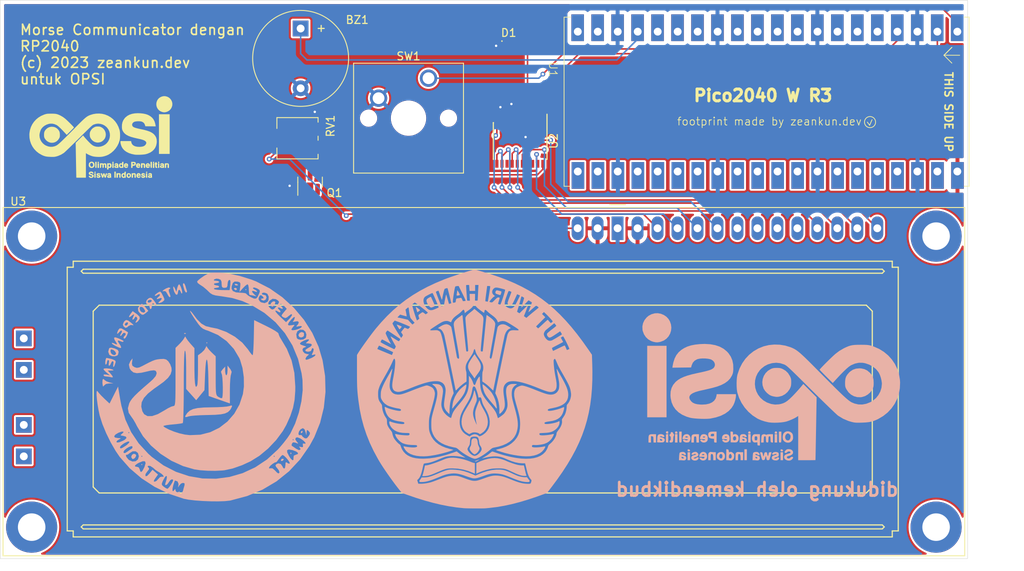
<source format=kicad_pcb>
(kicad_pcb (version 20221018) (generator pcbnew)
  (layers (0 "F.Cu" signal) (31 "B.Cu" signal) (34 "B.Paste" user) (35 "F.Paste" user) (36 "B.SilkS" user "B.Silkscreen") (37 "F.SilkS" user "F.Silkscreen") (38 "B.Mask" user) (39 "F.Mask" user) (44 "Edge.Cuts" user))
  (net 0 "")
  (net 1 "GND")
  (net 2 "VBUS")
  (net 3 "/K")
  (net 4 "/K_SW")
  (net 5 "Net-(U3-VO)")
  (net 6 "/MORSE_INPUT")
  (net 7 "/LCD_SDA")
  (net 8 "/LCD_SCL")
  (net 39 "/B4")
  (net 40 "/B5")
  (net 41 "/B6")
  (net 43 "/B7")
  (net 44 "/E")
  (net 45 "/RW")
  (net 47 "/RS")
  (net 56 "Net-(BZ1--)")
  (footprint "Potentiometer_SMD:Potentiometer_Vishay_TS53YJ_Vertical" (layer "F.Cu") (at 140.8 77.55)
    (fp_text reference "RV1" (at 4.2 -1.55 90) (layer "F.SilkS"))
    (fp_text value "R_Potentiometer")
    (pad "1" smd rect (at 2 -1.15) (size 2 1.3) (layers "F.Cu" "F.Paste" "F.Mask") (net 1 "GND"))
    (pad "2" smd rect (at -2 0) (size 2 2) (layers "F.Cu" "F.Paste" "F.Mask") (net 5 "Net-(U3-VO)"))
    (pad "3" smd rect (at 2 1.15) (size 2 1.3) (layers "F.Cu" "F.Paste" "F.Mask") (net 2 "VBUS"))
  )
  (footprint "Buzzer_Beeper:Buzzer_12x9.5RM7.6" (layer "F.Cu") (at 141.2 63.6 -90)
    (fp_text reference "BZ1" (at -1.1 -7.2 -180) (layer "F.SilkS"))
    (fp_text value "Buzzer")
    (fp_text user "+" (at -0.01 -2.54 90) (layer "F.SilkS"))
    (pad "1" thru_hole rect (at 0 0 270) (size 2 2) (drill 1) (layers "*.Cu" "*.Mask") (net 56 "Net-(BZ1--)"))
    (pad "2" thru_hole circle (at 7.6 0 270) (size 2 2) (drill 1) (layers "*.Cu" "*.Mask") (net 1 "GND"))
  )
  (footprint "Pico2040-W:Pico2040-W-R3" (layer "F.Cu") (at 200.48 72.86 -90)
    (fp_text reference "U1" (at -4.06 27.18 -90 unlocked) (layer "F.SilkS") (effects (font (thickness 0.1))))
    (fp_text value "Pico2040 W R3")
    (pad "1" thru_hole rect (at -8.86 -24.22 270) (size 3.4 1.6) (drill 1 (offset -0.5 0.0175)) (layers "*.Cu" "*.Paste" "*.Mask") (net 7 "/LCD_SDA"))
    (pad "2" thru_hole rect (at -8.86 -21.68 270) (size 3.4 1.6) (drill 1 (offset -0.5 0.0175)) (layers "*.Cu" "*.Paste" "*.Mask") (net 8 "/LCD_SCL"))
    (pad "3" thru_hole rect (at -8.86 -19.14 270) (size 3.4 1.6) (drill 1 (offset -0.5 0.0175)) (layers "*.Cu" "*.Paste" "*.Mask") (net 1 "GND"))
    (pad "4" thru_hole rect (at -8.86 -16.6 270) (size 3.4 1.6) (drill 1 (offset -0.5 0.0175)) (layers "*.Cu" "*.Paste" "*.Mask") (net 6 "/MORSE_INPUT"))
    (pad "5" thru_hole rect (at -8.86 -14.06 270) (size 3.4 1.6) (drill 1 (offset -0.5 0.0175)) (layers "*.Cu" "*.Paste" "*.Mask"))
    (pad "6" thru_hole rect (at -8.86 -11.52 270) (size 3.4 1.6) (drill 1 (offset -0.5 0.0175)) (layers "*.Cu" "*.Paste" "*.Mask"))
    (pad "7" thru_hole rect (at -8.86 -8.98 270) (size 3.4 1.6) (drill 1 (offset -0.5 0.0175)) (layers "*.Cu" "*.Paste" "*.Mask"))
    (pad "8" thru_hole rect (at -8.86 -6.44 270) (size 3.4 1.6) (drill 1 (offset -0.5 0.0175)) (layers "*.Cu" "*.Paste" "*.Mask") (net 1 "GND"))
    (pad "9" thru_hole rect (at -8.86 -3.9 270) (size 3.4 1.6) (drill 1 (offset -0.5 0.0175)) (layers "*.Cu" "*.Paste" "*.Mask"))
    (pad "10" thru_hole rect (at -8.86 -1.36 270) (size 3.4 1.6) (drill 1 (offset -0.5 0.0175)) (layers "*.Cu" "*.Paste" "*.Mask"))
    (pad "11" thru_hole rect (at -8.86 1.18 270) (size 3.4 1.6) (drill 1 (offset -0.5 0.0175)) (layers "*.Cu" "*.Paste" "*.Mask"))
    (pad "12" thru_hole rect (at -8.86 3.72 270) (size 3.4 1.6) (drill 1 (offset -0.5 0.0175)) (layers "*.Cu" "*.Paste" "*.Mask"))
    (pad "13" thru_hole rect (at -8.86 6.26 270) (size 3.4 1.6) (drill 1 (offset -0.5 0.0175)) (layers "*.Cu" "*.Paste" "*.Mask") (net 1 "GND"))
    (pad "14" thru_hole rect (at -8.86 8.8 270) (size 3.4 1.6) (drill 1 (offset -0.5 0.0175)) (layers "*.Cu" "*.Paste" "*.Mask"))
    (pad "15" thru_hole rect (at -8.86 11.34 270) (size 3.4 1.6) (drill 1 (offset -0.5 0.0175)) (layers "*.Cu" "*.Paste" "*.Mask"))
    (pad "16" thru_hole rect (at -8.86 13.88 270) (size 3.4 1.6) (drill 1 (offset -0.5 0.0175)) (layers "*.Cu" "*.Paste" "*.Mask"))
    (pad "17" thru_hole rect (at -8.86 16.42 270) (size 3.4 1.6) (drill 1 (offset -0.5 0.0175)) (layers "*.Cu" "*.Paste" "*.Mask") (net 56 "Net-(BZ1--)"))
    (pad "18" thru_hole rect (at -8.86 18.96 270) (size 3.4 1.6) (drill 1 (offset -0.5 0.0175)) (layers "*.Cu" "*.Paste" "*.Mask") (net 1 "GND"))
    (pad "19" thru_hole rect (at -8.86 21.5 270) (size 3.4 1.6) (drill 1 (offset -0.5 0.0175)) (layers "*.Cu" "*.Paste" "*.Mask"))
    (pad "20" thru_hole rect (at -8.86 24.04 270) (size 3.4 1.6) (drill 1 (offset -0.5 0.0175)) (layers "*.Cu" "*.Paste" "*.Mask"))
    (pad "21" thru_hole rect (at 8.92 24.04 90) (size 3.4 1.6) (drill 1 (offset -0.5 0.0175)) (layers "*.Cu" "*.Paste" "*.Mask"))
    (pad "22" thru_hole rect (at 8.92 21.5 90) (size 3.4 1.6) (drill 1 (offset -0.5 0.0175)) (layers "*.Cu" "*.Paste" "*.Mask"))
    (pad "23" thru_hole rect (at 8.92 18.96 90) (size 3.4 1.6) (drill 1 (offset -0.5 0.0175)) (layers "*.Cu" "*.Paste" "*.Mask") (net 1 "GND"))
    (pad "24" thru_hole rect (at 8.92 16.42 90) (size 3.4 1.6) (drill 1 (offset -0.5 0.0175)) (layers "*.Cu" "*.Paste" "*.Mask"))
    (pad "25" thru_hole rect (at 8.92 13.88 90) (size 3.4 1.6) (drill 1 (offset -0.5 0.0175)) (layers "*.Cu" "*.Paste" "*.Mask"))
    (pad "26" thru_hole rect (at 8.92 11.34 90) (size 3.4 1.6) (drill 1 (offset -0.5 0.0175)) (layers "*.Cu" "*.Paste" "*.Mask"))
    (pad "27" thru_hole rect (at 8.92 8.8 90) (size 3.4 1.6) (drill 1 (offset -0.5 0.0175)) (layers "*.Cu" "*.Paste" "*.Mask"))
    (pad "28" thru_hole rect (at 8.92 6.26 90) (size 3.4 1.6) (drill 1 (offset -0.5 0.0175)) (layers "*.Cu" "*.Paste" "*.Mask") (net 1 "GND"))
    (pad "29" thru_hole rect (at 8.92 3.72 90) (size 3.4 1.6) (drill 1 (offset -0.5 0.0175)) (layers "*.Cu" "*.Paste" "*.Mask"))
    (pad "30" thru_hole rect (at 8.92 1.18 90) (size 3.4 1.6) (drill 1 (offset -0.5 0.0175)) (layers "*.Cu" "*.Paste" "*.Mask"))
    (pad "31" thru_hole rect (at 8.92 -1.36 90) (size 3.4 1.6) (drill 1 (offset -0.5 0.0175)) (layers "*.Cu" "*.Paste" "*.Mask"))
    (pad "32" thru_hole rect (at 8.92 -3.9 90) (size 3.4 1.6) (drill 1 (offset -0.5 0.0175)) (layers "*.Cu" "*.Paste" "*.Mask"))
    (pad "33" thru_hole rect (at 8.92 -6.44 90) (size 3.4 1.6) (drill 1 (offset -0.5 0.0175)) (layers "*.Cu" "*.Paste" "*.Mask") (net 1 "GND"))
    (pad "34" thru_hole rect (at 8.92 -8.98 90) (size 3.4 1.6) (drill 1 (offset -0.5 0.0175)) (layers "*.Cu" "*.Paste" "*.Mask"))
    (pad "35" thru_hole rect (at 8.92 -11.52 90) (size 3.4 1.6) (drill 1 (offset -0.5 0.0175)) (layers "*.Cu" "*.Paste" "*.Mask"))
    (pad "36" thru_hole rect (at 8.92 -14.06 90) (size 3.4 1.6) (drill 1 (offset -0.5 0.0175)) (layers "*.Cu" "*.Paste" "*.Mask"))
    (pad "37" thru_hole rect (at 8.92 -16.6 90) (size 3.4 1.6) (drill 1 (offset -0.5 0.0175)) (layers "*.Cu" "*.Paste" "*.Mask"))
    (pad "38" thru_hole rect (at 8.92 -19.14 90) (size 3.4 1.6) (drill 1 (offset -0.5 0.0175)) (layers "*.Cu" "*.Paste" "*.Mask") (net 1 "GND"))
    (pad "39" thru_hole rect (at 8.92 -21.68 90) (size 3.4 1.6) (drill 1 (offset -0.5 0.0175)) (layers "*.Cu" "*.Paste" "*.Mask"))
    (pad "40" thru_hole rect (at 8.92 -24.22 90) (size 3.4 1.6) (drill 1 (offset -0.5 0.0175)) (layers "*.Cu" "*.Paste" "*.Mask") (net 2 "VBUS"))
  )
  (footprint "Package_TO_SOT_SMD:SOT-23" (layer "F.Cu") (at 142.4 83.1375 90)
    (fp_text reference "Q1" (at -1.3625 3.1 180) (layer "F.SilkS"))
    (fp_text value "BF545A")
    (pad "1" smd roundrect (at -0.9375 -0.95 90) (size 1.475 0.6) (layers "F.Cu" "F.Paste" "F.Mask") (net 1 "GND"))
    (pad "2" smd roundrect (at -0.9375 0.95 90) (size 1.475 0.6) (layers "F.Cu" "F.Paste" "F.Mask") (net 3 "/K"))
    (pad "3" smd roundrect (at 0.9375 0 90) (size 1.475 0.6) (layers "F.Cu" "F.Paste" "F.Mask") (net 4 "/K_SW"))
  )
  (footprint "Package_SO:SSOP-20_4.4x6.5mm_P0.65mm" (layer "F.Cu") (at 169.075 77.9 -90)
    (fp_text reference "U2" (at 0 -4.3 90) (layer "F.SilkS"))
    (fp_text value "PCF8574ATS")
    (pad "1" smd rect (at -2.9 -2.925 270) (size 1 0.4) (layers "F.Cu" "F.Paste" "F.Mask"))
    (pad "2" smd rect (at -2.9 -2.275 270) (size 1 0.4) (layers "F.Cu" "F.Paste" "F.Mask") (net 8 "/LCD_SCL"))
    (pad "3" smd rect (at -2.9 -1.625 270) (size 1 0.4) (layers "F.Cu" "F.Paste" "F.Mask"))
    (pad "4" smd rect (at -2.9 -0.975 270) (size 1 0.4) (layers "F.Cu" "F.Paste" "F.Mask") (net 7 "/LCD_SDA"))
    (pad "5" smd rect (at -2.9 -0.325 270) (size 1 0.4) (layers "F.Cu" "F.Paste" "F.Mask") (net 2 "VBUS"))
    (pad "6" smd rect (at -2.9 0.325 270) (size 1 0.4) (layers "F.Cu" "F.Paste" "F.Mask") (net 1 "GND"))
    (pad "7" smd rect (at -2.9 0.975 270) (size 1 0.4) (layers "F.Cu" "F.Paste" "F.Mask") (net 1 "GND"))
    (pad "8" smd rect (at -2.9 1.625 270) (size 1 0.4) (layers "F.Cu" "F.Paste" "F.Mask"))
    (pad "9" smd rect (at -2.9 2.275 270) (size 1 0.4) (layers "F.Cu" "F.Paste" "F.Mask") (net 1 "GND"))
    (pad "10" smd rect (at -2.9 2.925 270) (size 1 0.4) (layers "F.Cu" "F.Paste" "F.Mask") (net 39 "/B4"))
    (pad "11" smd rect (at 2.9 2.925 270) (size 1 0.4) (layers "F.Cu" "F.Paste" "F.Mask") (net 40 "/B5"))
    (pad "12" smd rect (at 2.9 2.275 270) (size 1 0.4) (layers "F.Cu" "F.Paste" "F.Mask") (net 41 "/B6"))
    (pad "13" smd rect (at 2.9 1.625 270) (size 1 0.4) (layers "F.Cu" "F.Paste" "F.Mask"))
    (pad "14" smd rect (at 2.9 0.975 270) (size 1 0.4) (layers "F.Cu" "F.Paste" "F.Mask") (net 43 "/B7"))
    (pad "15" smd rect (at 2.9 0.325 270) (size 1 0.4) (layers "F.Cu" "F.Paste" "F.Mask") (net 1 "GND"))
    (pad "16" smd rect (at 2.9 -0.325 270) (size 1 0.4) (layers "F.Cu" "F.Paste" "F.Mask") (net 44 "/E"))
    (pad "17" smd rect (at 2.9 -0.975 270) (size 1 0.4) (layers "F.Cu" "F.Paste" "F.Mask") (net 45 "/RW"))
    (pad "18" smd rect (at 2.9 -1.625 270) (size 1 0.4) (layers "F.Cu" "F.Paste" "F.Mask"))
    (pad "19" smd rect (at 2.9 -2.275 270) (size 1 0.4) (layers "F.Cu" "F.Paste" "F.Mask") (net 47 "/RS"))
    (pad "20" smd rect (at 2.9 -2.925 270) (size 1 0.4) (layers "F.Cu" "F.Paste" "F.Mask") (net 4 "/K_SW"))
  )
  (footprint "LED_SMD:LED_0201_0603Metric" (layer "F.Cu") (at 167.655 65.2)
    (fp_text reference "D1" (at 0 -1.05) (layer "F.SilkS"))
    (fp_text value "BLUE")
    (pad "1" smd roundrect (at -0.32 0) (size 0.46 0.4) (layers "F.Cu" "F.Mask") (net 1 "GND"))
    (pad "2" smd roundrect (at 0.32 0) (size 0.46 0.4) (layers "F.Cu" "F.Mask") (net 2 "VBUS"))
  )
  (footprint "Button_Switch_Keyboard:SW_Cherry_MX_1.00u_PCB" (layer "F.Cu") (at 157.46 69.92)
    (fp_text reference "SW1" (at -2.54 -2.794) (layer "F.SilkS"))
    (fp_text value "SW_Push")
    (pad "" np_thru_hole circle (at -7.62 5.08) (size 1.7 1.7) (drill 1.7) (layers "*.Cu" "*.Mask"))
    (pad "" np_thru_hole circle (at -2.54 5.08) (size 4 4) (drill 4) (layers "*.Cu" "*.Mask"))
    (pad "" np_thru_hole circle (at 2.54 5.08) (size 1.7 1.7) (drill 1.7) (layers "*.Cu" "*.Mask"))
    (pad "1" thru_hole circle (at 0 0) (size 2.2 2.2) (drill 1.5) (layers "*.Cu" "*.Mask") (net 6 "/MORSE_INPUT"))
    (pad "2" thru_hole circle (at -6.35 2.54) (size 2.2 2.2) (drill 1.5) (layers "*.Cu" "*.Mask") (net 1 "GND"))
  )
  (footprint "LOGO" (layer "F.Cu") (at 116.152594 77.971946)
    (fp_text reference "G***" hide)
    (fp_text value "LOGO" hide)
  )
  (footprint "Display:LCD-016N002L" (layer "F.Cu") (at 181.5 89)
    (fp_text reference "U3" (at -76.21 -3.41 180) (layer "F.SilkS"))
    (fp_text value "LCD-016N002L")
    (pad "" thru_hole circle (at -74.5 1 180) (size 6.5 6.5) (drill 3.5) (layers "*.Cu" "*.Mask"))
    (pad "" thru_hole circle (at -74.5 38 180) (size 6.5 6.5) (drill 3.5) (layers "*.Cu" "*.Mask"))
    (pad "" thru_hole circle (at 40.5 1 180) (size 6.5 6.5) (drill 3.5) (layers "*.Cu" "*.Mask"))
    (pad "" thru_hole circle (at 40.5 38 180) (size 6.5 6.5) (drill 3.5) (layers "*.Cu" "*.Mask"))
    (pad "1" thru_hole rect (at 0 0 180) (size 1.5 3) (drill 1) (layers "*.Cu" "*.Mask") (net 1 "GND"))
    (pad "2" thru_hole oval (at 2.54 0 180) (size 1.5 3) (drill 1) (layers "*.Cu" "*.Mask") (net 2 "VBUS"))
    (pad "3" thru_hole oval (at 5.08 0 180) (size 1.5 3) (drill 1) (layers "*.Cu" "*.Mask") (net 5 "Net-(U3-VO)"))
    (pad "4" thru_hole oval (at 7.62 0 180) (size 1.5 3) (drill 1) (layers "*.Cu" "*.Mask") (net 47 "/RS"))
    (pad "5" thru_hole oval (at 10.16 0 180) (size 1.5 3) (drill 1) (layers "*.Cu" "*.Mask") (net 45 "/RW"))
    (pad "6" thru_hole oval (at 12.7 0 180) (size 1.5 3) (drill 1) (layers "*.Cu" "*.Mask") (net 44 "/E"))
    (pad "7" thru_hole oval (at 15.24 0 180) (size 1.5 3) (drill 1) (layers "*.Cu" "*.Mask"))
    (pad "8" thru_hole oval (at 17.78 0 180) (size 1.5 3) (drill 1) (layers "*.Cu" "*.Mask"))
    (pad "9" thru_hole oval (at 20.32 0 180) (size 1.5 3) (drill 1) (layers "*.Cu" "*.Mask"))
    (pad "10" thru_hole oval (at 22.86 0 180) (size 1.5 3) (drill 1) (layers "*.Cu" "*.Mask"))
    (pad "11" thru_hole oval (at 25.4 0 180) (size 1.5 3) (drill 1) (layers "*.Cu" "*.Mask") (net 39 "/B4"))
    (pad "12" thru_hole oval (at 27.94 0 180) (size 1.5 3) (drill 1) (layers "*.Cu" "*.Mask") (net 40 "/B5"))
    (pad "13" thru_hole oval (at 30.48 0 180) (size 1.5 3) (drill 1) (layers "*.Cu" "*.Mask") (net 41 "/B6"))
    (pad "14" thru_hole oval (at 33.02 0 180) (size 1.5 3) (drill 1) (layers "*.Cu" "*.Mask") (net 43 "/B7"))
    (pad "15" thru_hole oval (at -2.54 0 180) (size 1.5 3) (drill 1) (layers "*.Cu" "*.Mask") (net 2 "VBUS"))
    (pad "16" thru_hole oval (at -5.08 0 180) (size 1.5 3) (drill 1) (layers "*.Cu" "*.Mask") (net 3 "/K"))
    (pad "A1" thru_hole rect (at -75.5 14 180) (size 2 2) (drill 1) (layers "*.Cu" "*.Mask"))
    (pad "A2" thru_hole rect (at -75.5 25 180) (size 2 2) (drill 1) (layers "*.Cu" "*.Mask"))
    (pad "K1" thru_hole rect (at -75.5 18 180) (size 2 2) (drill 1) (layers "*.Cu" "*.Mask"))
    (pad "K2" thru_hole rect (at -75.5 29 180) (size 2 2) (drill 1) (layers "*.Cu" "*.Mask"))
  )
  (footprint "LOGO" (layer "B.Cu") (at 129.8 109.2 180)
    (fp_text reference "G***" hide)
    (fp_text value "LOGO" hide)
  )
  (footprint "LOGO" (layer "B.Cu") (at 164.9 109.7 180)
    (fp_text reference "G***" hide)
    (fp_text value "LOGO" hide)
  )
  (footprint "LOGO" (layer "B.Cu") (at 200.4 110.2 180)
    (fp_text reference "G***" hide)
    (fp_text value "LOGO" hide)
  )
  (gr_line (start 224 66) (end 223 67) (stroke (width 0.1)) (layer "F.SilkS"))
  (gr_line (start 213.55 75.9) (end 213.85 75.2) (stroke (width 0.1)) (layer "F.SilkS"))
  (gr_line (start 223 67) (end 224 66) (stroke (width 0.1)) (layer "F.SilkS"))
  (gr_line (start 224 68) (end 223 67) (stroke (width 0.1)) (layer "F.SilkS"))
  (gr_circle (center 213.6 75.5) (end 214.1 76) (stroke (width 0.1)) (fill none) (layer "F.SilkS"))
  (gr_line (start 225 67) (end 223 67) (stroke (width 0.1)) (layer "F.SilkS"))
  (gr_line (start 213.25 75.5) (end 213.55 75.9) (stroke (width 0.1)) (layer "F.SilkS"))
  (gr_rect (start 103 60) (end 226 131) (stroke (width 0.05)) (fill none) (layer "Edge.Cuts"))
  (gr_text "didukung oleh kemendikbud" (at 217.4 123.2) (layer "B.SilkS") (effects (font (size 1.7 1.7) (thickness 0.35) bold) (justify left bottom mirror)))
  (gr_text "Morse Communicator dengan \nRP2040 \n(c) 2023 zeankun.dev \nuntuk OPSI" (at 105.4 70.8) (layer "F.SilkS") (effects (font (size 1.3 1.3) (thickness 0.2)) (justify left bottom)))
  (gr_text "Pico2040 W R3" (at 191 73) (layer "F.SilkS") (effects (font (size 1.5 1.5) (thickness 0.375) bold) (justify left bottom)))
  (gr_text "footprint made by zeankun.dev" (at 189 76) (layer "F.SilkS") (effects (font (size 1 1) (thickness 0.1)) (justify left bottom)))
  (gr_text "THIS SIDE UP" (at 223 69 270) (layer "F.SilkS") (effects (font (size 1 1) (thickness 0.2) bold) (justify left bottom)))
  (segment (start 141.45 84.075) (end 140.275 84.075) (width 0.2) (layer "F.Cu") (net 1))
  (segment (start 166.655 65.2) (end 166.055 65.8) (width 0.2) (layer "F.Cu") (net 1))
  (segment (start 166.8 73.8) (end 166.6 73.6) (width 0.2) (layer "F.Cu") (net 1))
  (segment (start 142.8 74.4) (end 143 74.2) (width 0.2) (layer "F.Cu") (net 1))
  (segment (start 168.1 75) (end 168.1 73.3) (width 0.2) (layer "F.Cu") (net 1))
  (segment (start 168.75 80.8) (end 168.75 79.698529) (width 0.2) (layer "F.Cu") (net 1))
  (segment (start 168.75 75) (end 168.1 75) (width 0.2) (layer "F.Cu") (net 1))
  (segment (start 168.75 79.698529) (end 169.8 78.648529) (width 0.2) (layer "F.Cu") (net 1))
  (segment (start 168.1 73.3) (end 168 73.2) (width 0.2) (layer "F.Cu") (net 1))
  (segment (start 142.8 76.4) (end 142.8 74.4) (width 0.2) (layer "F.Cu") (net 1))
  (segment (start 140.275 84.075) (end 139.8 83.6) (width 0.2) (layer "F.Cu") (net 1))
  (segment (start 167.335 65.2) (end 166.655 65.2) (width 0.2) (layer "F.Cu") (net 1))
  (segment (start 166.8 75) (end 166.8 73.8) (width 0.2) (layer "F.Cu") (net 1))
  (segment (start 169.8 78.648529) (end 169.8 77.4) (width 0.2) (layer "F.Cu") (net 1))
  (via (at 168 73.2) (size 0.6) (drill 0.3) (layers "F.Cu" "B.Cu") (net 1))
  (via (at 139.8 83.6) (size 0.6) (drill 0.3) (layers "F.Cu" "B.Cu") (net 1))
  (via (at 166.6 73.6) (size 0.6) (drill 0.3) (layers "F.Cu" "B.Cu") (net 1))
  (via (at 143 74.2) (size 0.6) (drill 0.3) (layers "F.Cu" "B.Cu") (net 1))
  (via (at 166.055 65.8) (size 0.6) (drill 0.3) (layers "F.Cu" "B.Cu") (net 1))
  (via (at 169.8 77.4) (size 0.6) (drill 0.3) (layers "F.Cu" "B.Cu") (net 1))
  (segment (start 176.42 89) (end 146.6 89) (width 0.2) (layer "F.Cu") (net 3))
  (segment (start 146.6 89) (end 143.35 85.75) (width 0.2) (layer "F.Cu") (net 3))
  (segment (start 143.35 85.75) (end 143.35 84.075) (width 0.2) (layer "F.Cu") (net 3))
  (segment (start 171.3 82.2) (end 172 81.5) (width 0.2) (layer "F.Cu") (net 4))
  (segment (start 172 81.5) (end 172 80.8) (width 0.2) (layer "F.Cu") (net 4))
  (segment (start 142.4 82.2) (end 171.3 82.2) (width 0.2) (layer "F.Cu") (net 4))
  (segment (start 186.58 89) (end 184.78 87.2) (width 0.2) (layer "F.Cu") (net 5))
  (segment (start 137.2 80.2) (end 138.8 78.6) (width 0.2) (layer "F.Cu") (net 5))
  (segment (start 147.2 87.2) (end 147 87.4) (width 0.2) (layer "F.Cu") (net 5))
  (segment (start 184.78 87.2) (end 147.2 87.2) (width 0.2) (layer "F.Cu") (net 5))
  (segment (start 138.8 78.6) (end 138.8 77.55) (width 0.2) (layer "F.Cu") (net 5))
  (via (at 147 87.4) (size 0.6) (drill 0.3) (layers "F.Cu" "B.Cu") (net 5))
  (via (at 137.2 80.2) (size 0.6) (drill 0.3) (layers "F.Cu" "B.Cu") (net 5))
  (segment (start 139.8 80.2) (end 137.2 80.2) (width 0.2) (layer "B.Cu") (net 5))
  (segment (start 147 87.4) (end 139.8 80.2) (width 0.2) (layer "B.Cu") (net 5))
  (segment (start 175.2 66.2) (end 172 69.4) (width 0.2) (layer "F.Cu") (net 6))
  (segment (start 216 66.2) (end 175.2 66.2) (width 0.2) (layer "F.Cu") (net 6))
  (segment (start 217.08 65.12) (end 216 66.2) (width 0.2) (layer "F.Cu") (net 6))
  (segment (start 217.08 64) (end 217.08 65.12) (width 0.2) (layer "F.Cu") (net 6))
  (via (at 172 69.4) (size 0.6) (drill 0.3) (layers "F.Cu" "B.Cu") (net 6))
  (segment (start 172 69.4) (end 171.48 69.92) (width 0.2) (layer "B.Cu") (net 6))
  (segment (start 171.48 69.92) (end 157.46 69.92) (width 0.2) (layer "B.Cu") (net 6))
  (segment (start 170.05 75) (end 170.05 66.55) (width 0.2) (layer "F.Cu") (net 7))
  (segment (start 175.6 61) (end 222.7425 61) (width 0.2) (layer "F.Cu") (net 7))
  (segment (start 170.05 66.55) (end 175.6 61) (width 0.2) (layer "F.Cu") (net 7))
  (segment (start 224.7 62.9575) (end 224.7 64) (width 0.2) (layer "F.Cu") (net 7))
  (segment (start 222.7425 61) (end 224.7 62.9575) (width 0.2) (layer "F.Cu") (net 7))
  (segment (start 222.16 66.04) (end 222.16 64) (width 0.2) (layer "F.Cu") (net 8))
  (segment (start 176.6 66.8) (end 221.4 66.8) (width 0.2) (layer "F.Cu") (net 8))
  (segment (start 221.4 66.8) (end 222.16 66.04) (width 0.2) (layer "F.Cu") (net 8))
  (segment (start 171.35 72.05) (end 176.6 66.8) (width 0.2) (layer "F.Cu") (net 8))
  (segment (start 171.35 75) (end 171.35 72.05) (width 0.2) (layer "F.Cu") (net 8))
  (segment (start 166 77.2) (end 166.15 77.05) (width 0.2) (layer "F.Cu") (net 39))
  (segment (start 205.2 86.8) (end 168.8 86.8) (width 0.2) (layer "F.Cu") (net 39))
  (segment (start 168.8 86.8) (end 165.8 83.8) (width 0.2) (layer "F.Cu") (net 39))
  (segment (start 206.9 89) (end 206.9 88.5) (width 0.2) (layer "F.Cu") (net 39))
  (segment (start 206.9 88.5) (end 205.2 86.8) (width 0.2) (layer "F.Cu") (net 39))
  (segment (start 166.15 77.05) (end 166.15 75) (width 0.2) (layer "F.Cu") (net 39))
  (via (at 166 77.2) (size 0.6) (drill 0.3) (layers "F.Cu" "B.Cu") (net 39))
  (via (at 165.8 83.8) (size 0.6) (drill 0.3) (layers "F.Cu" "B.Cu") (net 39))
  (segment (start 165.8 77.4) (end 166 77.2) (width 0.2) (layer "B.Cu") (net 39))
  (segment (start 165.8 83.8) (end 165.8 77.4) (width 0.2) (layer "B.Cu") (net 39))
  (segment (start 166.6 79.2) (end 166.15 79.65) (width 0.2) (layer "F.Cu") (net 40))
  (segment (start 209.44 89) (end 206.84 86.4) (width 0.2) (layer "F.Cu") (net 40))
  (segment (start 205.034314 86.4) (end 169.4 86.4) (width 0.2) (layer "F.Cu") (net 40))
  (segment (start 166.15 79.65) (end 166.15 80.8) (width 0.2) (layer "F.Cu") (net 40))
  (segment (start 206.84 86.4) (end 205.034314 86.4) (width 0.2) (layer "F.Cu") (net 40))
  (segment (start 169.4 86.4) (end 166.8 83.8) (width 0.2) (layer "F.Cu") (net 40))
  (via (at 166.6 79.2) (size 0.6) (drill 0.3) (layers "F.Cu" "B.Cu") (net 40))
  (via (at 166.8 83.8) (size 0.6) (drill 0.3) (layers "F.Cu" "B.Cu") (net 40))
  (segment (start 166.8 79.4) (end 166.6 79.2) (width 0.2) (layer "B.Cu") (net 40))
  (segment (start 166.8 83.8) (end 166.8 79.4) (width 0.2) (layer "B.Cu") (net 40))
  (segment (start 167.6 79) (end 167.6 79.048529) (width 0.2) (layer "F.Cu") (net 41))
  (segment (start 208.78 85.8) (end 169.6 85.8) (width 0.2) (layer "F.Cu") (net 41))
  (segment (start 166.8 79.848529) (end 166.8 80.8) (width 0.2) (layer "F.Cu") (net 41))
  (segment (start 167.8 84) (end 167.8 83.8) (width 0.2) (layer "F.Cu") (net 41))
  (segment (start 211.98 89) (end 208.78 85.8) (width 0.2) (layer "F.Cu") (net 41))
  (segment (start 169.6 85.8) (end 167.8 84) (width 0.2) (layer "F.Cu") (net 41))
  (segment (start 167.6 79.048529) (end 166.8 79.848529) (width 0.2) (layer "F.Cu") (net 41))
  (via (at 167.8 83.8) (size 0.6) (drill 0.3) (layers "F.Cu" "B.Cu") (net 41))
  (via (at 167.6 79) (size 0.6) (drill 0.3) (layers "F.Cu" "B.Cu") (net 41))
  (segment (start 167.8 83.8) (end 167.8 79.2) (width 0.2) (layer "B.Cu") (net 41))
  (segment (start 167.8 79.2) (end 167.6 79) (width 0.2) (layer "B.Cu") (net 41))
  (segment (start 210.92 85.4) (end 207 85.4) (width 0.2) (layer "F.Cu") (net 43))
  (segment (start 170.4 85.4) (end 168.8 83.8) (width 0.2) (layer "F.Cu") (net 43))
  (segment (start 168.1 79.5) (end 168.1 80.8) (width 0.2) (layer "F.Cu") (net 43))
  (segment (start 207 85.4) (end 170.4 85.4) (width 0.2) (layer "F.Cu") (net 43))
  (segment (start 168.6 79) (end 168.1 79.5) (width 0.2) (layer "F.Cu") (net 43))
  (segment (start 214.52 89) (end 210.92 85.4) (width 0.2) (layer "F.Cu") (net 43))
  (via (at 168.8 83.8) (size 0.6) (drill 0.3) (layers "F.Cu" "B.Cu") (net 43))
  (via (at 168.6 79) (size 0.6) (drill 0.3) (layers "F.Cu" "B.Cu") (net 43))
  (segment (start 168.8 79.2) (end 168.6 79) (width 0.2) (layer "B.Cu") (net 43))
  (segment (start 168.8 83.8) (end 168.8 79.2) (width 0.2) (layer "B.Cu") (net 43))
  (segment (start 171.234314 77.8) (end 169.4 79.634314) (width 0.2) (layer "F.Cu") (net 44))
  (segment (start 169.4 79.634314) (end 169.4 80.8) (width 0.2) (layer "F.Cu") (net 44))
  (segment (start 173 77.8) (end 171.234314 77.8) (width 0.2) (layer "F.Cu") (net 44))
  (via (at 173 77.8) (size 0.6) (drill 0.3) (layers "F.Cu" "B.Cu") (net 44))
  (segment (start 194.2 89) (end 190.8 85.6) (width 0.2) (layer "B.Cu") (net 44))
  (segment (start 190.8 85.6) (end 175.2 85.6) (width 0.2) (layer "B.Cu") (net 44))
  (segment (start 173 83.4) (end 173 77.8) (width 0.2) (layer "B.Cu") (net 44))
  (segment (start 175.2 85.6) (end 173 83.4) (width 0.2) (layer "B.Cu") (net 44))
  (segment (start 170.05 79.55) (end 170.05 80.8) (width 0.2) (layer "F.Cu") (net 45))
  (segment (start 170.6 79) (end 170.05 79.55) (width 0.2) (layer "F.Cu") (net 45))
  (segment (start 172.2 79) (end 170.6 79) (width 0.2) (layer "F.Cu") (net 45))
  (via (at 172.2 79) (size 0.6) (drill 0.3) (layers "F.Cu" "B.Cu") (net 45))
  (segment (start 172.2 83.6) (end 172.2 79) (width 0.2) (layer "B.Cu") (net 45))
  (segment (start 191.66 89) (end 189.06 86.4) (width 0.2) (layer "B.Cu") (net 45))
  (segment (start 175 86.4) (end 172.2 83.6) (width 0.2) (layer "B.Cu") (net 45))
  (segment (start 189.06 86.4) (end 175 86.4) (width 0.2) (layer "B.Cu") (net 45))
  (segment (start 171.2 79.6) (end 171.2 80.65) (width 0.2) (layer "F.Cu") (net 47))
  (segment (start 171.2 80.65) (end 171.35 80.8) (width 0.2) (layer "F.Cu") (net 47))
  (via (at 171.2 79.6) (size 0.6) (drill 0.3) (layers "F.Cu" "B.Cu") (net 47))
  (segment (start 187.32 87.2) (end 174.4 87.2) (width 0.2) (layer "B.Cu") (net 47))
  (segment (start 189.12 89) (end 187.32 87.2) (width 0.2) (layer "B.Cu") (net 47))
  (segment (start 174.4 87.2) (end 171.2 84) (width 0.2) (layer "B.Cu") (net 47))
  (segment (start 171.2 84) (end 171.2 79.6) (width 0.2) (layer "B.Cu") (net 47))
  (segment (start 142 67.6) (end 181.4 67.6) (width 0.2) (layer "B.Cu") (net 56))
  (segment (start 184.06 64.94) (end 184.06 64) (width 0.2) (layer "B.Cu") (net 56))
  (segment (start 141.2 66.8) (end 142 67.6) (width 0.2) (layer "B.Cu") (net 56))
  (segment (start 181.4 67.6) (end 184.06 64.94) (width 0.2) (layer "B.Cu") (net 56))
  (segment (start 141.2 63.6) (end 141.2 66.8) (width 0.2) (layer "B.Cu") (net 56))
  (zone (net 2) (net_name "VBUS") (layer "F.Cu") (connect_pads (clearance 0.25)) (min_thickness 0.25) (fill yes (thermal_gap 0.5) (thermal_bridge_width 0.5))
    (polygon (pts (xy 226 60) (xy 103 60) (xy 103 131) (xy 226 131)))
  )
  (zone (net 1) (net_name "GND") (layer "B.Cu") (priority 1) (connect_pads (clearance 0.5)) (min_thickness 0.25) (fill yes (thermal_gap 0.5) (thermal_bridge_width 0.5))
    (polygon (pts (xy 226 60) (xy 103 60) (xy 103 131) (xy 226 131)))
  )
)
</source>
